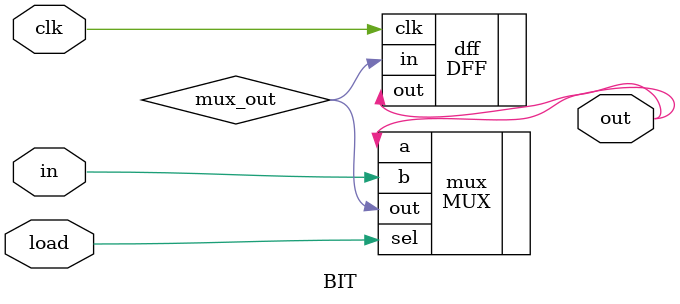
<source format=v>
`timescale 1ns / 1ps

`include "../../chapter01/src/MUX.v"

module BIT (
    input in, load, clk,
    output out
);
    wire mux_out;
    MUX mux (
        .a(out), 
        .b(in), 
        .sel(load),
        .out(mux_out)
    );
    DFF dff (
        .in(mux_out),
        .clk(clk),
        .out(out)
    ); 
endmodule
</source>
